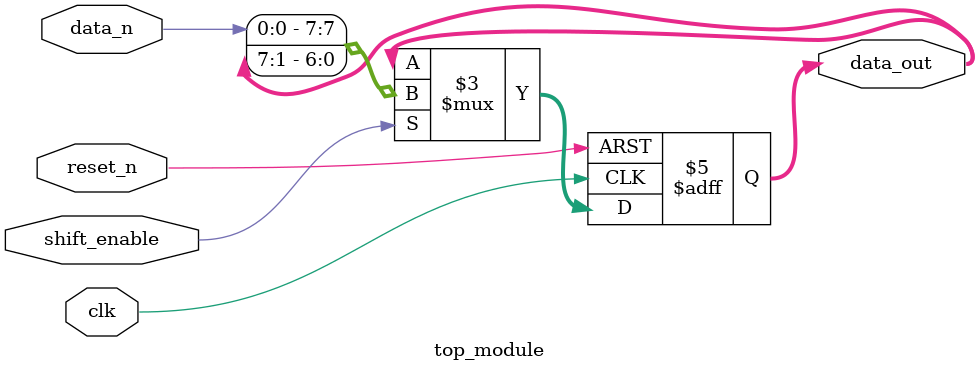
<source format=sv>
module top_module(
  input clk,
  input reset_n,
  input data_n,
  input shift_enable,
  output reg [7:0] data_out
);

always @(posedge clk or negedge reset_n) begin
  if (!reset_n) begin
    data_out <= 8'b0;
  end else if (shift_enable) begin
    data_out <= {data_n, data_out[7:1]};
  end
end

endmodule

</source>
